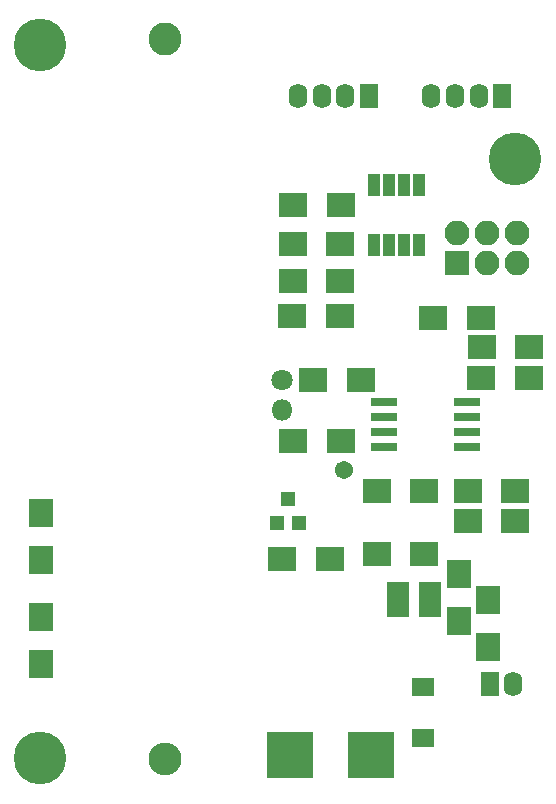
<source format=gts>
G04 #@! TF.FileFunction,Soldermask,Top*
%FSLAX46Y46*%
G04 Gerber Fmt 4.6, Leading zero omitted, Abs format (unit mm)*
G04 Created by KiCad (PCBNEW 4.0.7) date 12/02/17 15:25:28*
%MOMM*%
%LPD*%
G01*
G04 APERTURE LIST*
%ADD10C,0.100000*%
%ADD11C,4.464000*%
%ADD12R,2.100000X2.400000*%
%ADD13R,2.400000X2.100000*%
%ADD14R,1.200000X1.300000*%
%ADD15C,1.800000*%
%ADD16O,1.800000X1.800000*%
%ADD17C,2.800000*%
%ADD18O,2.800000X2.800000*%
%ADD19R,3.900000X3.900000*%
%ADD20C,1.543000*%
%ADD21R,2.000000X2.400000*%
%ADD22R,2.400000X2.000000*%
%ADD23R,1.600000X2.100000*%
%ADD24O,1.600000X2.100000*%
%ADD25R,2.100000X2.100000*%
%ADD26O,2.100000X2.100000*%
%ADD27R,1.920000X1.600000*%
%ADD28R,1.960000X1.050000*%
%ADD29R,1.100000X1.900000*%
%ADD30R,2.230000X0.700000*%
G04 APERTURE END LIST*
D10*
D11*
X174193200Y-72694800D03*
X133959600Y-123444000D03*
D12*
X134010400Y-102673400D03*
X134010400Y-106673400D03*
D13*
X155327600Y-85953600D03*
X159327600Y-85953600D03*
X157105600Y-91389200D03*
X161105600Y-91389200D03*
X162490400Y-100812600D03*
X166490400Y-100812600D03*
X170212000Y-100787200D03*
X174212000Y-100787200D03*
X174212000Y-103327200D03*
X170212000Y-103327200D03*
X155378400Y-79908400D03*
X159378400Y-79908400D03*
X154489400Y-106578400D03*
X158489400Y-106578400D03*
X159378400Y-83058000D03*
X155378400Y-83058000D03*
D14*
X154015400Y-103514400D03*
X155915400Y-103514400D03*
X154965400Y-101514400D03*
D13*
X171380400Y-88646000D03*
X175380400Y-88646000D03*
D15*
X154457400Y-91401900D03*
D16*
X154457400Y-93941900D03*
D12*
X134010400Y-111436400D03*
X134010400Y-115436400D03*
D13*
X167265600Y-86156800D03*
X171265600Y-86156800D03*
D17*
X144551400Y-62509400D03*
D18*
X144551400Y-123469400D03*
D19*
X155172200Y-123139200D03*
X161972200Y-123139200D03*
D20*
X159664400Y-99060000D03*
D21*
X171881800Y-109988600D03*
X171881800Y-113988600D03*
D22*
X162515800Y-106121200D03*
X166515800Y-106121200D03*
X159429200Y-96570800D03*
X155429200Y-96570800D03*
X155429200Y-76555600D03*
X159429200Y-76555600D03*
X171329600Y-91236800D03*
X175329600Y-91236800D03*
D23*
X161823400Y-67335400D03*
D24*
X159823400Y-67335400D03*
X157823400Y-67335400D03*
X155823400Y-67335400D03*
D23*
X173101000Y-67335400D03*
D24*
X171101000Y-67335400D03*
X169101000Y-67335400D03*
X167101000Y-67335400D03*
D25*
X169265600Y-81534000D03*
D26*
X169265600Y-78994000D03*
X171805600Y-81534000D03*
X171805600Y-78994000D03*
X174345600Y-81534000D03*
X174345600Y-78994000D03*
D21*
X169443400Y-107829600D03*
X169443400Y-111829600D03*
D27*
X166420800Y-121692400D03*
X166420800Y-117372400D03*
D23*
X172034200Y-117170200D03*
D24*
X174034200Y-117170200D03*
D28*
X164283400Y-109032000D03*
X164283400Y-109982000D03*
X164283400Y-110932000D03*
X166983400Y-110932000D03*
X166983400Y-109032000D03*
X166983400Y-109982000D03*
D29*
X166065200Y-79933800D03*
X164795200Y-79933800D03*
X163525200Y-79933800D03*
X162255200Y-79933800D03*
X162255200Y-74853800D03*
X163525200Y-74853800D03*
X164795200Y-74853800D03*
X166065200Y-74853800D03*
D30*
X163124000Y-93243400D03*
X163124000Y-94513400D03*
X163124000Y-95783400D03*
X163124000Y-97053400D03*
X170124000Y-97053400D03*
X170124000Y-95783400D03*
X170124000Y-94513400D03*
X170124000Y-93243400D03*
D11*
X133934200Y-63042800D03*
M02*

</source>
